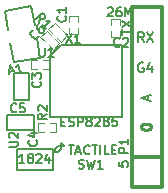
<source format=gto>
G04 (created by PCBNEW (2013-jul-07)-stable) date Sun 10 Jul 2016 07:30:01 PM EDT*
%MOIN*%
G04 Gerber Fmt 3.4, Leading zero omitted, Abs format*
%FSLAX34Y34*%
G01*
G70*
G90*
G04 APERTURE LIST*
%ADD10C,0.00590551*%
%ADD11C,0.00787402*%
%ADD12C,0.008*%
%ADD13C,0.00875*%
%ADD14C,0.005*%
%ADD15C,0.0028*%
%ADD16C,0.006*%
%ADD17C,0.012*%
%ADD18C,0.0062*%
G04 APERTURE END LIST*
G54D10*
G54D11*
X19900Y-18500D02*
X20100Y-18500D01*
X19800Y-18600D02*
X19900Y-18500D01*
X19800Y-18700D02*
X19800Y-18600D01*
X19900Y-18700D02*
X19800Y-18700D01*
X20000Y-18600D02*
X19900Y-18700D01*
X20000Y-18400D02*
X20000Y-18600D01*
X20100Y-18500D02*
X20000Y-18400D01*
G54D12*
X22009Y-14793D02*
X22009Y-14610D01*
X22329Y-14702D02*
X22009Y-14702D01*
X22009Y-14534D02*
X22329Y-14321D01*
X22009Y-14321D02*
X22329Y-14534D01*
X22746Y-15029D02*
X22640Y-14877D01*
X22563Y-15029D02*
X22563Y-14709D01*
X22685Y-14709D01*
X22716Y-14724D01*
X22731Y-14740D01*
X22746Y-14770D01*
X22746Y-14816D01*
X22731Y-14846D01*
X22716Y-14861D01*
X22685Y-14877D01*
X22563Y-14877D01*
X22853Y-14709D02*
X23066Y-15029D01*
X23066Y-14709D02*
X22853Y-15029D01*
X22731Y-15724D02*
X22700Y-15709D01*
X22655Y-15709D01*
X22609Y-15724D01*
X22579Y-15755D01*
X22563Y-15785D01*
X22548Y-15846D01*
X22548Y-15892D01*
X22563Y-15953D01*
X22579Y-15983D01*
X22609Y-16014D01*
X22655Y-16029D01*
X22685Y-16029D01*
X22731Y-16014D01*
X22746Y-15999D01*
X22746Y-15892D01*
X22685Y-15892D01*
X23020Y-15816D02*
X23020Y-16029D01*
X22944Y-15694D02*
X22868Y-15922D01*
X23066Y-15922D01*
X22888Y-16976D02*
X22888Y-16823D01*
X22979Y-17006D02*
X22659Y-16900D01*
X22979Y-16793D01*
X21909Y-19023D02*
X21909Y-19176D01*
X22061Y-19191D01*
X22046Y-19176D01*
X22031Y-19145D01*
X22031Y-19069D01*
X22046Y-19039D01*
X22061Y-19023D01*
X22092Y-19008D01*
X22168Y-19008D01*
X22199Y-19023D01*
X22214Y-19039D01*
X22229Y-19069D01*
X22229Y-19145D01*
X22214Y-19176D01*
X22199Y-19191D01*
G54D13*
X22641Y-17866D02*
X22641Y-17833D01*
X22658Y-17800D01*
X22675Y-17783D01*
X22708Y-17766D01*
X22775Y-17750D01*
X22858Y-17750D01*
X22925Y-17766D01*
X22958Y-17783D01*
X22975Y-17800D01*
X22991Y-17833D01*
X22991Y-17866D01*
X22975Y-17900D01*
X22958Y-17916D01*
X22925Y-17933D01*
X22858Y-17950D01*
X22775Y-17950D01*
X22708Y-17933D01*
X22675Y-17916D01*
X22658Y-17900D01*
X22641Y-17866D01*
G54D14*
X19000Y-13832D02*
X18114Y-13989D01*
X18114Y-13989D02*
X18226Y-14629D01*
X19190Y-14910D02*
X19303Y-15550D01*
X19303Y-15550D02*
X18416Y-15706D01*
X18416Y-15706D02*
X18304Y-15066D01*
X19113Y-14472D02*
X19000Y-13832D01*
X19712Y-18591D02*
X19712Y-19291D01*
X19712Y-19291D02*
X18512Y-19291D01*
X18512Y-19291D02*
X18512Y-18591D01*
X18512Y-18591D02*
X19712Y-18591D01*
X18416Y-16956D02*
X18416Y-16056D01*
X18416Y-16056D02*
X18916Y-16056D01*
X18916Y-16056D02*
X18916Y-16956D01*
X18916Y-16956D02*
X18416Y-16956D01*
X18200Y-17450D02*
X19100Y-17450D01*
X19100Y-17450D02*
X19100Y-17950D01*
X19100Y-17950D02*
X18200Y-17950D01*
X18200Y-17950D02*
X18200Y-17450D01*
G54D15*
X21650Y-14650D02*
X21650Y-14850D01*
X21650Y-14850D02*
X21950Y-14850D01*
X21950Y-14850D02*
X21950Y-14650D01*
X21650Y-14450D02*
X21650Y-14250D01*
X21650Y-14250D02*
X21950Y-14250D01*
X21950Y-14250D02*
X21950Y-14450D01*
X20546Y-14368D02*
X20546Y-14168D01*
X20546Y-14168D02*
X20246Y-14168D01*
X20246Y-14168D02*
X20246Y-14368D01*
X20546Y-14568D02*
X20546Y-14768D01*
X20546Y-14768D02*
X20246Y-14768D01*
X20246Y-14768D02*
X20246Y-14568D01*
X19199Y-15625D02*
X18999Y-15625D01*
X18999Y-15625D02*
X18999Y-15925D01*
X18999Y-15925D02*
X19199Y-15925D01*
X19399Y-15625D02*
X19599Y-15625D01*
X19599Y-15625D02*
X19599Y-15925D01*
X19599Y-15925D02*
X19399Y-15925D01*
X19580Y-15144D02*
X19722Y-15286D01*
X19722Y-15286D02*
X19934Y-15074D01*
X19934Y-15074D02*
X19792Y-14932D01*
X19439Y-15003D02*
X19297Y-14861D01*
X19297Y-14861D02*
X19509Y-14649D01*
X19509Y-14649D02*
X19651Y-14791D01*
G54D16*
X19981Y-15120D02*
X21631Y-15120D01*
X21631Y-15120D02*
X22006Y-15120D01*
X22006Y-15120D02*
X22006Y-17520D01*
X22006Y-17520D02*
X19606Y-17520D01*
X19606Y-17520D02*
X19606Y-15495D01*
X19606Y-15495D02*
X19981Y-15120D01*
G54D15*
X19915Y-14529D02*
X19773Y-14387D01*
X19773Y-14387D02*
X19561Y-14599D01*
X19561Y-14599D02*
X19703Y-14741D01*
X20056Y-14670D02*
X20198Y-14812D01*
X20198Y-14812D02*
X19986Y-15024D01*
X19986Y-15024D02*
X19844Y-14882D01*
X19624Y-18022D02*
X19824Y-18022D01*
X19824Y-18022D02*
X19824Y-17722D01*
X19824Y-17722D02*
X19624Y-17722D01*
X19424Y-18022D02*
X19224Y-18022D01*
X19224Y-18022D02*
X19224Y-17722D01*
X19224Y-17722D02*
X19424Y-17722D01*
G54D17*
X23356Y-19850D02*
X22356Y-19850D01*
X22356Y-19850D02*
X22356Y-13850D01*
X22356Y-13850D02*
X23356Y-13850D01*
X23356Y-13850D02*
X23356Y-19850D01*
X23356Y-18850D02*
X22356Y-18850D01*
G54D18*
X18261Y-16018D02*
X18401Y-15993D01*
X18247Y-16107D02*
X18294Y-15794D01*
X18444Y-16073D01*
X18698Y-16028D02*
X18529Y-16058D01*
X18613Y-16043D02*
X18561Y-15747D01*
X18540Y-15794D01*
X18517Y-15828D01*
X18492Y-15847D01*
X18251Y-18518D02*
X18494Y-18518D01*
X18522Y-18504D01*
X18537Y-18490D01*
X18551Y-18461D01*
X18551Y-18404D01*
X18537Y-18375D01*
X18522Y-18361D01*
X18494Y-18347D01*
X18251Y-18347D01*
X18280Y-18218D02*
X18265Y-18204D01*
X18251Y-18175D01*
X18251Y-18104D01*
X18265Y-18075D01*
X18280Y-18061D01*
X18308Y-18047D01*
X18337Y-18047D01*
X18380Y-18061D01*
X18551Y-18232D01*
X18551Y-18047D01*
X18769Y-19062D02*
X18597Y-19062D01*
X18683Y-19062D02*
X18683Y-18762D01*
X18654Y-18805D01*
X18626Y-18833D01*
X18597Y-18848D01*
X18940Y-18891D02*
X18912Y-18876D01*
X18897Y-18862D01*
X18883Y-18833D01*
X18883Y-18819D01*
X18897Y-18791D01*
X18912Y-18776D01*
X18940Y-18762D01*
X18997Y-18762D01*
X19026Y-18776D01*
X19040Y-18791D01*
X19054Y-18819D01*
X19054Y-18833D01*
X19040Y-18862D01*
X19026Y-18876D01*
X18997Y-18891D01*
X18940Y-18891D01*
X18912Y-18905D01*
X18897Y-18919D01*
X18883Y-18948D01*
X18883Y-19005D01*
X18897Y-19033D01*
X18912Y-19048D01*
X18940Y-19062D01*
X18997Y-19062D01*
X19026Y-19048D01*
X19040Y-19033D01*
X19054Y-19005D01*
X19054Y-18948D01*
X19040Y-18919D01*
X19026Y-18905D01*
X18997Y-18891D01*
X19169Y-18791D02*
X19183Y-18776D01*
X19212Y-18762D01*
X19283Y-18762D01*
X19312Y-18776D01*
X19326Y-18791D01*
X19340Y-18819D01*
X19340Y-18848D01*
X19326Y-18891D01*
X19154Y-19062D01*
X19340Y-19062D01*
X19597Y-18862D02*
X19597Y-19062D01*
X19526Y-18748D02*
X19454Y-18962D01*
X19640Y-18962D01*
X18500Y-17342D02*
X18485Y-17357D01*
X18442Y-17371D01*
X18414Y-17371D01*
X18371Y-17357D01*
X18342Y-17328D01*
X18328Y-17300D01*
X18314Y-17242D01*
X18314Y-17200D01*
X18328Y-17142D01*
X18342Y-17114D01*
X18371Y-17085D01*
X18414Y-17071D01*
X18442Y-17071D01*
X18485Y-17085D01*
X18500Y-17100D01*
X18771Y-17071D02*
X18628Y-17071D01*
X18614Y-17214D01*
X18628Y-17200D01*
X18657Y-17185D01*
X18728Y-17185D01*
X18757Y-17200D01*
X18771Y-17214D01*
X18785Y-17242D01*
X18785Y-17314D01*
X18771Y-17342D01*
X18757Y-17357D01*
X18728Y-17371D01*
X18657Y-17371D01*
X18628Y-17357D01*
X18614Y-17342D01*
X19172Y-18313D02*
X19187Y-18327D01*
X19201Y-18370D01*
X19201Y-18398D01*
X19187Y-18441D01*
X19158Y-18470D01*
X19130Y-18484D01*
X19072Y-18498D01*
X19030Y-18498D01*
X18972Y-18484D01*
X18944Y-18470D01*
X18915Y-18441D01*
X18901Y-18398D01*
X18901Y-18370D01*
X18915Y-18327D01*
X18930Y-18313D01*
X19001Y-18055D02*
X19201Y-18055D01*
X18887Y-18127D02*
X19101Y-18198D01*
X19101Y-18013D01*
X21943Y-15168D02*
X21928Y-15183D01*
X21885Y-15197D01*
X21857Y-15197D01*
X21814Y-15183D01*
X21785Y-15154D01*
X21771Y-15126D01*
X21757Y-15068D01*
X21757Y-15026D01*
X21771Y-14968D01*
X21785Y-14940D01*
X21814Y-14911D01*
X21857Y-14897D01*
X21885Y-14897D01*
X21928Y-14911D01*
X21943Y-14926D01*
X22057Y-14926D02*
X22071Y-14911D01*
X22100Y-14897D01*
X22171Y-14897D01*
X22200Y-14911D01*
X22214Y-14926D01*
X22228Y-14954D01*
X22228Y-14983D01*
X22214Y-15026D01*
X22043Y-15197D01*
X22228Y-15197D01*
X20135Y-14162D02*
X20150Y-14176D01*
X20164Y-14219D01*
X20164Y-14247D01*
X20150Y-14290D01*
X20121Y-14319D01*
X20093Y-14333D01*
X20035Y-14347D01*
X19993Y-14347D01*
X19935Y-14333D01*
X19907Y-14319D01*
X19878Y-14290D01*
X19864Y-14247D01*
X19864Y-14219D01*
X19878Y-14176D01*
X19893Y-14162D01*
X20164Y-13876D02*
X20164Y-14047D01*
X20164Y-13962D02*
X19864Y-13962D01*
X19907Y-13990D01*
X19935Y-14019D01*
X19950Y-14047D01*
X19292Y-16350D02*
X19307Y-16364D01*
X19321Y-16407D01*
X19321Y-16435D01*
X19307Y-16478D01*
X19278Y-16507D01*
X19250Y-16521D01*
X19192Y-16535D01*
X19150Y-16535D01*
X19092Y-16521D01*
X19064Y-16507D01*
X19035Y-16478D01*
X19021Y-16435D01*
X19021Y-16407D01*
X19035Y-16364D01*
X19050Y-16350D01*
X19021Y-16250D02*
X19021Y-16064D01*
X19135Y-16164D01*
X19135Y-16121D01*
X19150Y-16092D01*
X19164Y-16078D01*
X19192Y-16064D01*
X19264Y-16064D01*
X19292Y-16078D01*
X19307Y-16092D01*
X19321Y-16121D01*
X19321Y-16207D01*
X19307Y-16235D01*
X19292Y-16250D01*
X19241Y-14817D02*
X19241Y-14837D01*
X19221Y-14877D01*
X19200Y-14897D01*
X19160Y-14918D01*
X19120Y-14918D01*
X19089Y-14907D01*
X19039Y-14877D01*
X19008Y-14847D01*
X18978Y-14796D01*
X18968Y-14766D01*
X18968Y-14726D01*
X18988Y-14685D01*
X19008Y-14665D01*
X19049Y-14645D01*
X19069Y-14645D01*
X19231Y-14443D02*
X19190Y-14483D01*
X19180Y-14513D01*
X19180Y-14534D01*
X19190Y-14584D01*
X19221Y-14635D01*
X19301Y-14716D01*
X19332Y-14726D01*
X19352Y-14726D01*
X19382Y-14716D01*
X19423Y-14675D01*
X19433Y-14645D01*
X19433Y-14625D01*
X19423Y-14594D01*
X19372Y-14544D01*
X19342Y-14534D01*
X19322Y-14534D01*
X19291Y-14544D01*
X19251Y-14584D01*
X19241Y-14614D01*
X19241Y-14635D01*
X19251Y-14665D01*
X19271Y-15221D02*
X19271Y-15464D01*
X19285Y-15492D01*
X19300Y-15507D01*
X19328Y-15521D01*
X19385Y-15521D01*
X19414Y-15507D01*
X19428Y-15492D01*
X19442Y-15464D01*
X19442Y-15221D01*
X19742Y-15521D02*
X19571Y-15521D01*
X19657Y-15521D02*
X19657Y-15221D01*
X19628Y-15264D01*
X19600Y-15292D01*
X19571Y-15307D01*
X19994Y-17681D02*
X20094Y-17681D01*
X20137Y-17838D02*
X19994Y-17838D01*
X19994Y-17538D01*
X20137Y-17538D01*
X20251Y-17824D02*
X20294Y-17838D01*
X20365Y-17838D01*
X20394Y-17824D01*
X20408Y-17809D01*
X20423Y-17781D01*
X20423Y-17752D01*
X20408Y-17724D01*
X20394Y-17709D01*
X20365Y-17695D01*
X20308Y-17681D01*
X20280Y-17667D01*
X20265Y-17652D01*
X20251Y-17624D01*
X20251Y-17595D01*
X20265Y-17567D01*
X20280Y-17552D01*
X20308Y-17538D01*
X20380Y-17538D01*
X20423Y-17552D01*
X20551Y-17838D02*
X20551Y-17538D01*
X20665Y-17538D01*
X20694Y-17552D01*
X20708Y-17567D01*
X20723Y-17595D01*
X20723Y-17638D01*
X20708Y-17667D01*
X20694Y-17681D01*
X20665Y-17695D01*
X20551Y-17695D01*
X20894Y-17667D02*
X20865Y-17652D01*
X20851Y-17638D01*
X20837Y-17609D01*
X20837Y-17595D01*
X20851Y-17567D01*
X20865Y-17552D01*
X20894Y-17538D01*
X20951Y-17538D01*
X20980Y-17552D01*
X20994Y-17567D01*
X21008Y-17595D01*
X21008Y-17609D01*
X20994Y-17638D01*
X20980Y-17652D01*
X20951Y-17667D01*
X20894Y-17667D01*
X20865Y-17681D01*
X20851Y-17695D01*
X20837Y-17724D01*
X20837Y-17781D01*
X20851Y-17809D01*
X20865Y-17824D01*
X20894Y-17838D01*
X20951Y-17838D01*
X20980Y-17824D01*
X20994Y-17809D01*
X21008Y-17781D01*
X21008Y-17724D01*
X20994Y-17695D01*
X20980Y-17681D01*
X20951Y-17667D01*
X21123Y-17567D02*
X21137Y-17552D01*
X21165Y-17538D01*
X21237Y-17538D01*
X21265Y-17552D01*
X21280Y-17567D01*
X21294Y-17595D01*
X21294Y-17624D01*
X21280Y-17667D01*
X21108Y-17838D01*
X21294Y-17838D01*
X21465Y-17667D02*
X21437Y-17652D01*
X21423Y-17638D01*
X21408Y-17609D01*
X21408Y-17595D01*
X21423Y-17567D01*
X21437Y-17552D01*
X21465Y-17538D01*
X21523Y-17538D01*
X21551Y-17552D01*
X21565Y-17567D01*
X21580Y-17595D01*
X21580Y-17609D01*
X21565Y-17638D01*
X21551Y-17652D01*
X21523Y-17667D01*
X21465Y-17667D01*
X21437Y-17681D01*
X21423Y-17695D01*
X21408Y-17724D01*
X21408Y-17781D01*
X21423Y-17809D01*
X21437Y-17824D01*
X21465Y-17838D01*
X21523Y-17838D01*
X21551Y-17824D01*
X21565Y-17809D01*
X21580Y-17781D01*
X21580Y-17724D01*
X21565Y-17695D01*
X21551Y-17681D01*
X21523Y-17667D01*
X21851Y-17538D02*
X21708Y-17538D01*
X21694Y-17681D01*
X21708Y-17667D01*
X21737Y-17652D01*
X21808Y-17652D01*
X21837Y-17667D01*
X21851Y-17681D01*
X21865Y-17709D01*
X21865Y-17781D01*
X21851Y-17809D01*
X21837Y-17824D01*
X21808Y-17838D01*
X21737Y-17838D01*
X21708Y-17824D01*
X21694Y-17809D01*
X20142Y-14773D02*
X20342Y-15073D01*
X20342Y-14773D02*
X20142Y-15073D01*
X20613Y-15073D02*
X20442Y-15073D01*
X20527Y-15073D02*
X20527Y-14773D01*
X20499Y-14816D01*
X20470Y-14844D01*
X20442Y-14859D01*
X21550Y-13900D02*
X21564Y-13885D01*
X21592Y-13871D01*
X21664Y-13871D01*
X21692Y-13885D01*
X21707Y-13900D01*
X21721Y-13928D01*
X21721Y-13957D01*
X21707Y-14000D01*
X21535Y-14171D01*
X21721Y-14171D01*
X21978Y-13871D02*
X21921Y-13871D01*
X21892Y-13885D01*
X21878Y-13900D01*
X21850Y-13942D01*
X21835Y-14000D01*
X21835Y-14114D01*
X21850Y-14142D01*
X21864Y-14157D01*
X21892Y-14171D01*
X21950Y-14171D01*
X21978Y-14157D01*
X21992Y-14142D01*
X22007Y-14114D01*
X22007Y-14042D01*
X21992Y-14014D01*
X21978Y-14000D01*
X21950Y-13985D01*
X21892Y-13985D01*
X21864Y-14000D01*
X21850Y-14014D01*
X21835Y-14042D01*
X22135Y-14171D02*
X22135Y-13871D01*
X22235Y-14085D01*
X22335Y-13871D01*
X22335Y-14171D01*
X19272Y-14390D02*
X19303Y-14218D01*
X19151Y-14269D02*
X19363Y-14057D01*
X19444Y-14137D01*
X19454Y-14168D01*
X19454Y-14188D01*
X19444Y-14218D01*
X19414Y-14249D01*
X19383Y-14259D01*
X19363Y-14259D01*
X19333Y-14249D01*
X19252Y-14168D01*
X19474Y-14592D02*
X19353Y-14471D01*
X19414Y-14531D02*
X19626Y-14319D01*
X19575Y-14329D01*
X19535Y-14329D01*
X19505Y-14319D01*
X20579Y-19238D02*
X20621Y-19252D01*
X20693Y-19252D01*
X20721Y-19238D01*
X20736Y-19223D01*
X20750Y-19195D01*
X20750Y-19166D01*
X20736Y-19138D01*
X20721Y-19123D01*
X20693Y-19109D01*
X20636Y-19095D01*
X20607Y-19081D01*
X20593Y-19066D01*
X20579Y-19038D01*
X20579Y-19009D01*
X20593Y-18981D01*
X20607Y-18966D01*
X20636Y-18952D01*
X20707Y-18952D01*
X20750Y-18966D01*
X20850Y-18952D02*
X20921Y-19252D01*
X20979Y-19038D01*
X21036Y-19252D01*
X21107Y-18952D01*
X21379Y-19252D02*
X21207Y-19252D01*
X21293Y-19252D02*
X21293Y-18952D01*
X21264Y-18995D01*
X21236Y-19023D01*
X21207Y-19038D01*
X20241Y-18473D02*
X20413Y-18473D01*
X20327Y-18773D02*
X20327Y-18473D01*
X20499Y-18687D02*
X20641Y-18687D01*
X20470Y-18773D02*
X20570Y-18473D01*
X20670Y-18773D01*
X20941Y-18744D02*
X20927Y-18759D01*
X20884Y-18773D01*
X20856Y-18773D01*
X20813Y-18759D01*
X20784Y-18730D01*
X20770Y-18702D01*
X20756Y-18644D01*
X20756Y-18602D01*
X20770Y-18544D01*
X20784Y-18516D01*
X20813Y-18487D01*
X20856Y-18473D01*
X20884Y-18473D01*
X20927Y-18487D01*
X20941Y-18502D01*
X21027Y-18473D02*
X21199Y-18473D01*
X21113Y-18773D02*
X21113Y-18473D01*
X21299Y-18773D02*
X21299Y-18473D01*
X21584Y-18773D02*
X21441Y-18773D01*
X21441Y-18473D01*
X21684Y-18616D02*
X21784Y-18616D01*
X21827Y-18773D02*
X21684Y-18773D01*
X21684Y-18473D01*
X21827Y-18473D01*
X19511Y-17431D02*
X19368Y-17531D01*
X19511Y-17602D02*
X19211Y-17602D01*
X19211Y-17488D01*
X19225Y-17459D01*
X19240Y-17445D01*
X19268Y-17431D01*
X19311Y-17431D01*
X19340Y-17445D01*
X19354Y-17459D01*
X19368Y-17488D01*
X19368Y-17602D01*
X19240Y-17316D02*
X19225Y-17302D01*
X19211Y-17273D01*
X19211Y-17202D01*
X19225Y-17173D01*
X19240Y-17159D01*
X19268Y-17145D01*
X19297Y-17145D01*
X19340Y-17159D01*
X19511Y-17331D01*
X19511Y-17145D01*
X22221Y-18721D02*
X21921Y-18721D01*
X21921Y-18607D01*
X21935Y-18578D01*
X21950Y-18564D01*
X21978Y-18550D01*
X22021Y-18550D01*
X22050Y-18564D01*
X22064Y-18578D01*
X22078Y-18607D01*
X22078Y-18721D01*
X22221Y-18264D02*
X22221Y-18435D01*
X22221Y-18350D02*
X21921Y-18350D01*
X21964Y-18378D01*
X21992Y-18407D01*
X22007Y-18435D01*
M02*

</source>
